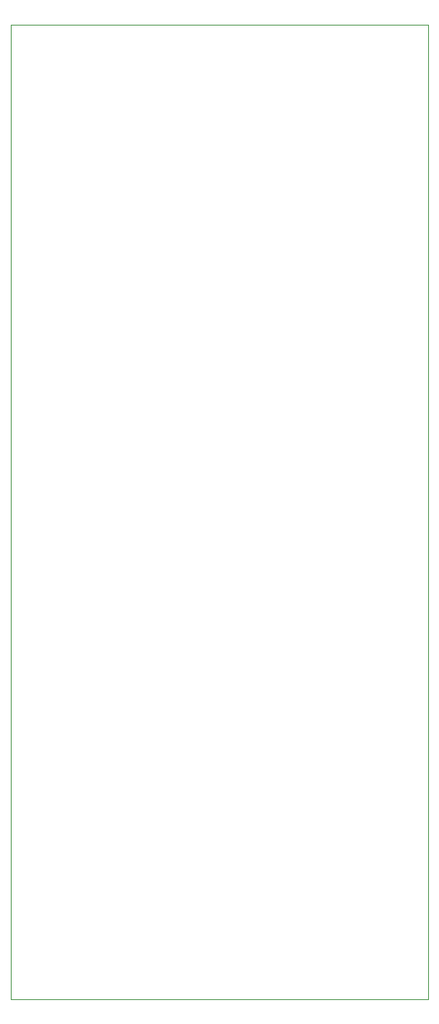
<source format=gm1>
G04 #@! TF.GenerationSoftware,KiCad,Pcbnew,(6.0.6)*
G04 #@! TF.CreationDate,2024-09-22T12:15:16+02:00*
G04 #@! TF.ProjectId,VCA_Module,5643415f-4d6f-4647-956c-652e6b696361,rev?*
G04 #@! TF.SameCoordinates,Original*
G04 #@! TF.FileFunction,Profile,NP*
%FSLAX46Y46*%
G04 Gerber Fmt 4.6, Leading zero omitted, Abs format (unit mm)*
G04 Created by KiCad (PCBNEW (6.0.6)) date 2024-09-22 12:15:16*
%MOMM*%
%LPD*%
G01*
G04 APERTURE LIST*
G04 #@! TA.AperFunction,Profile*
%ADD10C,0.100000*%
G04 #@! TD*
G04 APERTURE END LIST*
D10*
X35560000Y-60960000D02*
X35560000Y-165100000D01*
X35560000Y-58420000D02*
X35560000Y-60960000D01*
X81280000Y-165100000D02*
X81280000Y-58420000D01*
X81280000Y-58420000D02*
X35560000Y-58420000D01*
X35560000Y-165100000D02*
X81280000Y-165100000D01*
M02*

</source>
